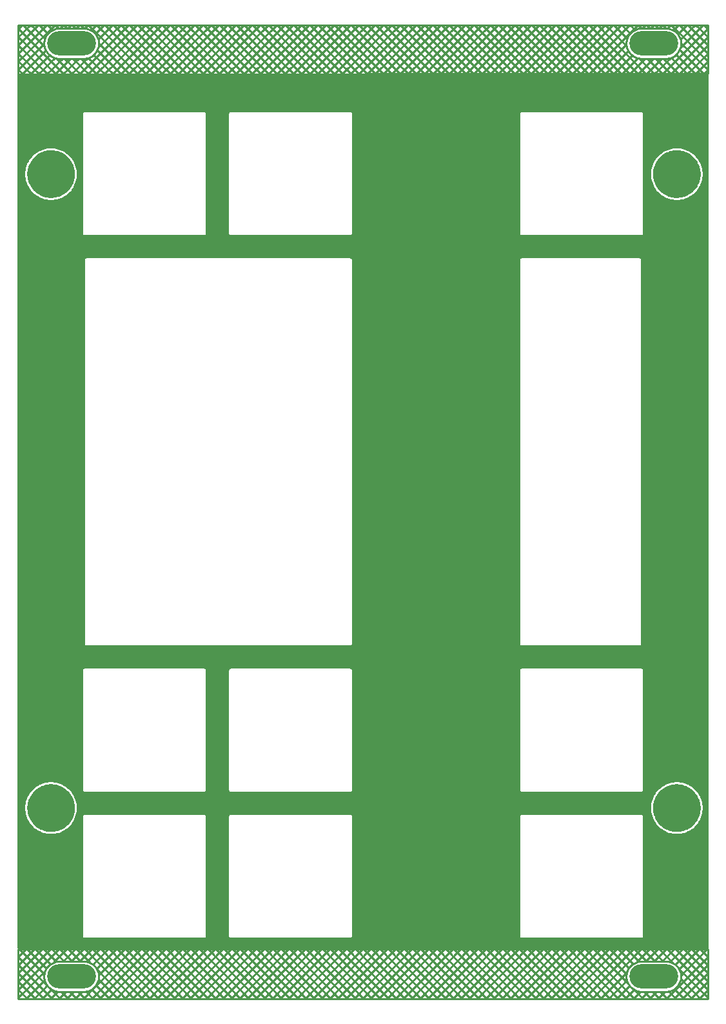
<source format=gbl>
G04 Layer: BottomLayer*
G04 EasyEDA v6.5.29, 2023-07-16 15:11:24*
G04 6b2ea49bd14843f1a595022ae84b5af3,5a6b42c53f6a479593ecc07194224c93,10*
G04 Gerber Generator version 0.2*
G04 Scale: 100 percent, Rotated: No, Reflected: No *
G04 Dimensions in millimeters *
G04 leading zeros omitted , absolute positions ,4 integer and 5 decimal *
%FSLAX45Y45*%
%MOMM*%

%ADD10C,0.2540*%
%ADD11O,6.4000126X3.1999936*%

%LPD*%
G36*
X36068Y698500D02*
G01*
X32156Y699262D01*
X28905Y701497D01*
X26670Y704748D01*
X25908Y708660D01*
X25908Y12150090D01*
X26670Y12154001D01*
X28905Y12157303D01*
X32156Y12159488D01*
X36068Y12160250D01*
X9095232Y12166600D01*
X9099092Y12165787D01*
X9102394Y12163602D01*
X9104630Y12160300D01*
X9105392Y12156440D01*
X9105392Y708660D01*
X9104630Y704748D01*
X9102394Y701497D01*
X9099143Y699262D01*
X9095232Y698500D01*
G37*

%LPC*%
G36*
X8686800Y10519918D02*
G01*
X8712098Y10520832D01*
X8737244Y10523677D01*
X8762136Y10528401D01*
X8786622Y10534954D01*
X8810498Y10543286D01*
X8833713Y10553446D01*
X8856116Y10565282D01*
X8877554Y10578744D01*
X8897924Y10593781D01*
X8917127Y10610291D01*
X8935008Y10628172D01*
X8951518Y10647375D01*
X8966555Y10667746D01*
X8980017Y10689183D01*
X8991854Y10711586D01*
X9002014Y10734802D01*
X9010345Y10758678D01*
X9016898Y10783163D01*
X9021622Y10808055D01*
X9024467Y10833201D01*
X9025382Y10858500D01*
X9024467Y10883798D01*
X9021622Y10908944D01*
X9016898Y10933836D01*
X9010345Y10958322D01*
X9002014Y10982198D01*
X8991854Y11005413D01*
X8980017Y11027816D01*
X8966555Y11049254D01*
X8951518Y11069624D01*
X8935008Y11088827D01*
X8917127Y11106708D01*
X8897924Y11123218D01*
X8877554Y11138255D01*
X8856116Y11151717D01*
X8833713Y11163554D01*
X8810498Y11173714D01*
X8786622Y11182045D01*
X8762136Y11188598D01*
X8737244Y11193322D01*
X8712098Y11196167D01*
X8686800Y11197082D01*
X8661501Y11196167D01*
X8636355Y11193322D01*
X8611463Y11188598D01*
X8586978Y11182045D01*
X8563102Y11173714D01*
X8539886Y11163554D01*
X8517483Y11151717D01*
X8496046Y11138255D01*
X8475675Y11123218D01*
X8456472Y11106708D01*
X8438591Y11088827D01*
X8422081Y11069624D01*
X8407044Y11049254D01*
X8393582Y11027816D01*
X8381746Y11005413D01*
X8371586Y10982198D01*
X8363254Y10958322D01*
X8356701Y10933836D01*
X8351977Y10908944D01*
X8349132Y10883798D01*
X8348218Y10858500D01*
X8349132Y10833201D01*
X8351977Y10808055D01*
X8356701Y10783163D01*
X8363254Y10758678D01*
X8371586Y10734802D01*
X8381746Y10711586D01*
X8393582Y10689183D01*
X8407044Y10667746D01*
X8422081Y10647375D01*
X8438591Y10628172D01*
X8456472Y10610291D01*
X8475675Y10593781D01*
X8496046Y10578744D01*
X8517483Y10565282D01*
X8539886Y10553446D01*
X8563102Y10543286D01*
X8586978Y10534954D01*
X8611463Y10528401D01*
X8636355Y10523677D01*
X8661501Y10520832D01*
G37*
G36*
X2832658Y837692D02*
G01*
X4393641Y837692D01*
X4399940Y838403D01*
X4405426Y840333D01*
X4410303Y843381D01*
X4414418Y847496D01*
X4417466Y852373D01*
X4419396Y857859D01*
X4420108Y864158D01*
X4420108Y2425141D01*
X4419396Y2431440D01*
X4417466Y2436926D01*
X4414418Y2441803D01*
X4410303Y2445918D01*
X4405426Y2448966D01*
X4399940Y2450896D01*
X4393641Y2451608D01*
X2832658Y2451608D01*
X2826359Y2450896D01*
X2820873Y2448966D01*
X2815996Y2445918D01*
X2811881Y2441803D01*
X2808833Y2436926D01*
X2806903Y2431440D01*
X2806192Y2425141D01*
X2806192Y864158D01*
X2806903Y857859D01*
X2808833Y852373D01*
X2811881Y847496D01*
X2815996Y843381D01*
X2820873Y840333D01*
X2826359Y838403D01*
G37*
G36*
X6655358Y837692D02*
G01*
X8216341Y837692D01*
X8222640Y838403D01*
X8228126Y840333D01*
X8233003Y843381D01*
X8237118Y847496D01*
X8240166Y852373D01*
X8242096Y857859D01*
X8242808Y864158D01*
X8242808Y2425141D01*
X8242096Y2431440D01*
X8240166Y2436926D01*
X8237118Y2441803D01*
X8233003Y2445918D01*
X8228126Y2448966D01*
X8222640Y2450896D01*
X8216341Y2451608D01*
X6655358Y2451608D01*
X6649059Y2450896D01*
X6643573Y2448966D01*
X6638696Y2445918D01*
X6634581Y2441803D01*
X6631533Y2436926D01*
X6629603Y2431440D01*
X6628892Y2425141D01*
X6628892Y864158D01*
X6629603Y857859D01*
X6631533Y852373D01*
X6634581Y847496D01*
X6638696Y843381D01*
X6643573Y840333D01*
X6649059Y838403D01*
G37*
G36*
X469900Y2201418D02*
G01*
X495198Y2202332D01*
X520344Y2205177D01*
X545236Y2209901D01*
X569722Y2216454D01*
X593598Y2224786D01*
X616813Y2234946D01*
X639216Y2246782D01*
X660654Y2260244D01*
X681024Y2275281D01*
X700227Y2291791D01*
X718108Y2309672D01*
X734618Y2328875D01*
X749655Y2349246D01*
X763117Y2370683D01*
X774954Y2393086D01*
X785114Y2416302D01*
X793445Y2440178D01*
X799998Y2464663D01*
X804722Y2489555D01*
X807567Y2514701D01*
X808482Y2540000D01*
X807567Y2565298D01*
X804722Y2590444D01*
X799998Y2615336D01*
X793445Y2639822D01*
X785114Y2663698D01*
X774954Y2686913D01*
X763117Y2709316D01*
X749655Y2730754D01*
X734618Y2751124D01*
X718108Y2770327D01*
X700227Y2788208D01*
X681024Y2804718D01*
X660654Y2819755D01*
X639216Y2833217D01*
X616813Y2845054D01*
X593598Y2855214D01*
X569722Y2863545D01*
X545236Y2870098D01*
X520344Y2874822D01*
X495198Y2877667D01*
X469900Y2878582D01*
X444601Y2877667D01*
X419455Y2874822D01*
X394563Y2870098D01*
X370078Y2863545D01*
X346202Y2855214D01*
X322986Y2845054D01*
X300583Y2833217D01*
X279146Y2819755D01*
X258775Y2804718D01*
X239572Y2788208D01*
X221691Y2770327D01*
X205181Y2751124D01*
X190144Y2730754D01*
X176682Y2709316D01*
X164846Y2686913D01*
X154686Y2663698D01*
X146354Y2639822D01*
X139801Y2615336D01*
X135077Y2590444D01*
X132232Y2565298D01*
X131318Y2540000D01*
X132232Y2514701D01*
X135077Y2489555D01*
X139801Y2464663D01*
X146354Y2440178D01*
X154686Y2416302D01*
X164846Y2393086D01*
X176682Y2370683D01*
X190144Y2349246D01*
X205181Y2328875D01*
X221691Y2309672D01*
X239572Y2291791D01*
X258775Y2275281D01*
X279146Y2260244D01*
X300583Y2246782D01*
X322986Y2234946D01*
X346202Y2224786D01*
X370078Y2216454D01*
X394563Y2209901D01*
X419455Y2205177D01*
X444601Y2202332D01*
G37*
G36*
X8686800Y2201418D02*
G01*
X8712098Y2202332D01*
X8737244Y2205177D01*
X8762136Y2209901D01*
X8786622Y2216454D01*
X8810498Y2224786D01*
X8833713Y2234946D01*
X8856116Y2246782D01*
X8877554Y2260244D01*
X8897924Y2275281D01*
X8917127Y2291791D01*
X8935008Y2309672D01*
X8951518Y2328875D01*
X8966555Y2349246D01*
X8980017Y2370683D01*
X8991854Y2393086D01*
X9002014Y2416302D01*
X9010345Y2440178D01*
X9016898Y2464663D01*
X9021622Y2489555D01*
X9024467Y2514701D01*
X9025382Y2540000D01*
X9024467Y2565298D01*
X9021622Y2590444D01*
X9016898Y2615336D01*
X9010345Y2639822D01*
X9002014Y2663698D01*
X8991854Y2686913D01*
X8980017Y2709316D01*
X8966555Y2730754D01*
X8951518Y2751124D01*
X8935008Y2770327D01*
X8917127Y2788208D01*
X8897924Y2804718D01*
X8877554Y2819755D01*
X8856116Y2833217D01*
X8833713Y2845054D01*
X8810498Y2855214D01*
X8786622Y2863545D01*
X8762136Y2870098D01*
X8737244Y2874822D01*
X8712098Y2877667D01*
X8686800Y2878582D01*
X8661501Y2877667D01*
X8636355Y2874822D01*
X8611463Y2870098D01*
X8586978Y2863545D01*
X8563102Y2855214D01*
X8539886Y2845054D01*
X8517483Y2833217D01*
X8496046Y2819755D01*
X8475675Y2804718D01*
X8456472Y2788208D01*
X8438591Y2770327D01*
X8422081Y2751124D01*
X8407044Y2730754D01*
X8393582Y2709316D01*
X8381746Y2686913D01*
X8371586Y2663698D01*
X8363254Y2639822D01*
X8356701Y2615336D01*
X8351977Y2590444D01*
X8349132Y2565298D01*
X8348218Y2540000D01*
X8349132Y2514701D01*
X8351977Y2489555D01*
X8356701Y2464663D01*
X8363254Y2440178D01*
X8371586Y2416302D01*
X8381746Y2393086D01*
X8393582Y2370683D01*
X8407044Y2349246D01*
X8422081Y2328875D01*
X8438591Y2309672D01*
X8456472Y2291791D01*
X8475675Y2275281D01*
X8496046Y2260244D01*
X8517483Y2246782D01*
X8539886Y2234946D01*
X8563102Y2224786D01*
X8586978Y2216454D01*
X8611463Y2209901D01*
X8636355Y2205177D01*
X8661501Y2202332D01*
G37*
G36*
X914958Y2755392D02*
G01*
X2475941Y2755392D01*
X2482240Y2756103D01*
X2487726Y2758033D01*
X2492603Y2761081D01*
X2496718Y2765196D01*
X2499766Y2770073D01*
X2501696Y2775559D01*
X2502408Y2781858D01*
X2502408Y4342841D01*
X2501696Y4349140D01*
X2499766Y4354626D01*
X2496718Y4359503D01*
X2492603Y4363618D01*
X2487726Y4366666D01*
X2482240Y4368596D01*
X2475941Y4369308D01*
X914958Y4369308D01*
X908659Y4368596D01*
X903173Y4366666D01*
X898296Y4363618D01*
X894181Y4359503D01*
X891133Y4354626D01*
X889203Y4349140D01*
X888492Y4342841D01*
X888492Y2781858D01*
X889203Y2775559D01*
X891133Y2770073D01*
X894181Y2765196D01*
X898296Y2761081D01*
X903173Y2758033D01*
X908659Y2756103D01*
G37*
G36*
X2832658Y2755392D02*
G01*
X4393641Y2755392D01*
X4399940Y2756103D01*
X4405426Y2758033D01*
X4410303Y2761081D01*
X4414418Y2765196D01*
X4417466Y2770073D01*
X4419396Y2775559D01*
X4420108Y2781858D01*
X4420108Y4342841D01*
X4419396Y4349140D01*
X4417466Y4354626D01*
X4414418Y4359503D01*
X4410303Y4363618D01*
X4405426Y4366666D01*
X4399940Y4368596D01*
X4393641Y4369308D01*
X2832658Y4369308D01*
X2826359Y4368596D01*
X2820873Y4366666D01*
X2815996Y4363618D01*
X2811881Y4359503D01*
X2808833Y4354626D01*
X2806903Y4349140D01*
X2806192Y4342841D01*
X2806192Y2781858D01*
X2806903Y2775559D01*
X2808833Y2770073D01*
X2811881Y2765196D01*
X2815996Y2761081D01*
X2820873Y2758033D01*
X2826359Y2756103D01*
G37*
G36*
X914958Y837692D02*
G01*
X2475941Y837692D01*
X2482240Y838403D01*
X2487726Y840333D01*
X2492603Y843381D01*
X2496718Y847496D01*
X2499766Y852373D01*
X2501696Y857859D01*
X2502408Y864158D01*
X2502408Y2425141D01*
X2501696Y2431440D01*
X2499766Y2436926D01*
X2496718Y2441803D01*
X2492603Y2445918D01*
X2487726Y2448966D01*
X2482240Y2450896D01*
X2475941Y2451608D01*
X914958Y2451608D01*
X908659Y2450896D01*
X903173Y2448966D01*
X898296Y2445918D01*
X894181Y2441803D01*
X891133Y2436926D01*
X889203Y2431440D01*
X888492Y2425141D01*
X888492Y864158D01*
X889203Y857859D01*
X891133Y852373D01*
X894181Y847496D01*
X898296Y843381D01*
X903173Y840333D01*
X908659Y838403D01*
G37*
G36*
X6655358Y4673092D02*
G01*
X8190941Y4673092D01*
X8197240Y4673803D01*
X8202726Y4675733D01*
X8207603Y4678781D01*
X8211718Y4682896D01*
X8214766Y4687773D01*
X8216696Y4693259D01*
X8217408Y4699558D01*
X8217408Y9727641D01*
X8216696Y9733940D01*
X8214766Y9739426D01*
X8211718Y9744303D01*
X8207603Y9748418D01*
X8202726Y9751466D01*
X8197240Y9753396D01*
X8190941Y9754108D01*
X6655358Y9754108D01*
X6649059Y9753396D01*
X6643573Y9751466D01*
X6638696Y9748418D01*
X6634581Y9744303D01*
X6631533Y9739426D01*
X6629603Y9733940D01*
X6628892Y9727641D01*
X6628892Y4699558D01*
X6629603Y4693259D01*
X6631533Y4687773D01*
X6634581Y4682896D01*
X6638696Y4678781D01*
X6643573Y4675733D01*
X6649059Y4673803D01*
G37*
G36*
X940358Y4673092D02*
G01*
X4393641Y4673092D01*
X4399940Y4673803D01*
X4405426Y4675733D01*
X4410303Y4678781D01*
X4414418Y4682896D01*
X4417466Y4687773D01*
X4419396Y4693259D01*
X4420108Y4699558D01*
X4420108Y9727641D01*
X4419396Y9733940D01*
X4417466Y9739426D01*
X4414418Y9744303D01*
X4410303Y9748418D01*
X4405426Y9751466D01*
X4399940Y9753396D01*
X4393641Y9754108D01*
X940358Y9754108D01*
X934059Y9753396D01*
X928573Y9751466D01*
X923696Y9748418D01*
X919581Y9744303D01*
X916533Y9739426D01*
X914603Y9733940D01*
X913892Y9727641D01*
X913892Y4699558D01*
X914603Y4693259D01*
X916533Y4687773D01*
X919581Y4682896D01*
X923696Y4678781D01*
X928573Y4675733D01*
X934059Y4673803D01*
G37*
G36*
X914958Y10057892D02*
G01*
X2475941Y10057892D01*
X2482240Y10058603D01*
X2487726Y10060533D01*
X2492603Y10063581D01*
X2496718Y10067696D01*
X2499766Y10072573D01*
X2501696Y10078059D01*
X2502408Y10084358D01*
X2502408Y11645341D01*
X2501696Y11651640D01*
X2499766Y11657126D01*
X2496718Y11662003D01*
X2492603Y11666118D01*
X2487726Y11669166D01*
X2482240Y11671096D01*
X2475941Y11671808D01*
X914958Y11671808D01*
X908659Y11671096D01*
X903173Y11669166D01*
X898296Y11666118D01*
X894181Y11662003D01*
X891133Y11657126D01*
X889203Y11651640D01*
X888492Y11645341D01*
X888492Y10084358D01*
X889203Y10078059D01*
X891133Y10072573D01*
X894181Y10067696D01*
X898296Y10063581D01*
X903173Y10060533D01*
X908659Y10058603D01*
G37*
G36*
X6655358Y10057892D02*
G01*
X8216341Y10057892D01*
X8222640Y10058603D01*
X8228126Y10060533D01*
X8233003Y10063581D01*
X8237118Y10067696D01*
X8240166Y10072573D01*
X8242096Y10078059D01*
X8242808Y10084358D01*
X8242808Y11645341D01*
X8242096Y11651640D01*
X8240166Y11657126D01*
X8237118Y11662003D01*
X8233003Y11666118D01*
X8228126Y11669166D01*
X8222640Y11671096D01*
X8216341Y11671808D01*
X6655358Y11671808D01*
X6649059Y11671096D01*
X6643573Y11669166D01*
X6638696Y11666118D01*
X6634581Y11662003D01*
X6631533Y11657126D01*
X6629603Y11651640D01*
X6628892Y11645341D01*
X6628892Y10084358D01*
X6629603Y10078059D01*
X6631533Y10072573D01*
X6634581Y10067696D01*
X6638696Y10063581D01*
X6643573Y10060533D01*
X6649059Y10058603D01*
G37*
G36*
X2832658Y10057892D02*
G01*
X4393641Y10057892D01*
X4399940Y10058603D01*
X4405426Y10060533D01*
X4410303Y10063581D01*
X4414418Y10067696D01*
X4417466Y10072573D01*
X4419396Y10078059D01*
X4420108Y10084358D01*
X4420108Y11645341D01*
X4419396Y11651640D01*
X4417466Y11657126D01*
X4414418Y11662003D01*
X4410303Y11666118D01*
X4405426Y11669166D01*
X4399940Y11671096D01*
X4393641Y11671808D01*
X2832658Y11671808D01*
X2826359Y11671096D01*
X2820873Y11669166D01*
X2815996Y11666118D01*
X2811881Y11662003D01*
X2808833Y11657126D01*
X2806903Y11651640D01*
X2806192Y11645341D01*
X2806192Y10084358D01*
X2806903Y10078059D01*
X2808833Y10072573D01*
X2811881Y10067696D01*
X2815996Y10063581D01*
X2820873Y10060533D01*
X2826359Y10058603D01*
G37*
G36*
X469900Y10519918D02*
G01*
X495198Y10520832D01*
X520344Y10523677D01*
X545236Y10528401D01*
X569722Y10534954D01*
X593598Y10543286D01*
X616813Y10553446D01*
X639216Y10565282D01*
X660654Y10578744D01*
X681024Y10593781D01*
X700227Y10610291D01*
X718108Y10628172D01*
X734618Y10647375D01*
X749655Y10667746D01*
X763117Y10689183D01*
X774954Y10711586D01*
X785114Y10734802D01*
X793445Y10758678D01*
X799998Y10783163D01*
X804722Y10808055D01*
X807567Y10833201D01*
X808482Y10858500D01*
X807567Y10883798D01*
X804722Y10908944D01*
X799998Y10933836D01*
X793445Y10958322D01*
X785114Y10982198D01*
X774954Y11005413D01*
X763117Y11027816D01*
X749655Y11049254D01*
X734618Y11069624D01*
X718108Y11088827D01*
X700227Y11106708D01*
X681024Y11123218D01*
X660654Y11138255D01*
X639216Y11151717D01*
X616813Y11163554D01*
X593598Y11173714D01*
X569722Y11182045D01*
X545236Y11188598D01*
X520344Y11193322D01*
X495198Y11196167D01*
X469900Y11197082D01*
X444601Y11196167D01*
X419455Y11193322D01*
X394563Y11188598D01*
X370078Y11182045D01*
X346202Y11173714D01*
X322986Y11163554D01*
X300583Y11151717D01*
X279146Y11138255D01*
X258775Y11123218D01*
X239572Y11106708D01*
X221691Y11088827D01*
X205181Y11069624D01*
X190144Y11049254D01*
X176682Y11027816D01*
X164846Y11005413D01*
X154686Y10982198D01*
X146354Y10958322D01*
X139801Y10933836D01*
X135077Y10908944D01*
X132232Y10883798D01*
X131318Y10858500D01*
X132232Y10833201D01*
X135077Y10808055D01*
X139801Y10783163D01*
X146354Y10758678D01*
X154686Y10734802D01*
X164846Y10711586D01*
X176682Y10689183D01*
X190144Y10667746D01*
X205181Y10647375D01*
X221691Y10628172D01*
X239572Y10610291D01*
X258775Y10593781D01*
X279146Y10578744D01*
X300583Y10565282D01*
X322986Y10553446D01*
X346202Y10543286D01*
X370078Y10534954D01*
X394563Y10528401D01*
X419455Y10523677D01*
X444601Y10520832D01*
G37*
G36*
X6655358Y2755392D02*
G01*
X8216341Y2755392D01*
X8222640Y2756103D01*
X8228126Y2758033D01*
X8233003Y2761081D01*
X8237118Y2765196D01*
X8240166Y2770073D01*
X8242096Y2775559D01*
X8242808Y2781858D01*
X8242808Y4342841D01*
X8242096Y4349140D01*
X8240166Y4354626D01*
X8237118Y4359503D01*
X8233003Y4363618D01*
X8228126Y4366666D01*
X8222640Y4368596D01*
X8216341Y4369308D01*
X6655358Y4369308D01*
X6649059Y4368596D01*
X6643573Y4366666D01*
X6638696Y4363618D01*
X6634581Y4359503D01*
X6631533Y4354626D01*
X6629603Y4349140D01*
X6628892Y4342841D01*
X6628892Y2781858D01*
X6629603Y2775559D01*
X6631533Y2770073D01*
X6634581Y2765196D01*
X6638696Y2761081D01*
X6643573Y2758033D01*
X6649059Y2756103D01*
G37*

%LPD*%
G36*
X465886Y2852674D02*
G01*
X449935Y2852064D01*
X434035Y2850642D01*
X418236Y2848406D01*
X402539Y2845358D01*
X387045Y2841498D01*
X379374Y2839313D01*
X364185Y2834284D01*
X349300Y2828493D01*
X334721Y2821990D01*
X320497Y2814726D01*
X306679Y2806700D01*
X293268Y2798064D01*
X280314Y2788666D01*
X267868Y2778709D01*
X255981Y2768041D01*
X244602Y2756814D01*
X239115Y2751023D01*
X228650Y2738932D01*
X218795Y2726385D01*
X209600Y2713329D01*
X201117Y2699816D01*
X193294Y2685846D01*
X186232Y2671572D01*
X179882Y2656890D01*
X174294Y2641955D01*
X169468Y2626715D01*
X165404Y2611272D01*
X162204Y2595626D01*
X159766Y2579827D01*
X158140Y2563926D01*
X157327Y2547975D01*
X157175Y2540000D01*
X157632Y2524048D01*
X158851Y2508097D01*
X160883Y2492248D01*
X163728Y2476550D01*
X165404Y2468727D01*
X169468Y2453284D01*
X174294Y2438044D01*
X179882Y2423109D01*
X186232Y2408428D01*
X193294Y2394153D01*
X201117Y2380183D01*
X209600Y2366670D01*
X218795Y2353614D01*
X228650Y2341067D01*
X239115Y2328976D01*
X250190Y2317496D01*
X261874Y2306574D01*
X267868Y2301290D01*
X280314Y2291334D01*
X293268Y2281936D01*
X306679Y2273300D01*
X320497Y2265273D01*
X334721Y2258009D01*
X349300Y2251506D01*
X364185Y2245715D01*
X379374Y2240686D01*
X394766Y2236470D01*
X410362Y2233015D01*
X426110Y2230374D01*
X441959Y2228545D01*
X457911Y2227529D01*
X473913Y2227326D01*
X489864Y2227935D01*
X505764Y2229358D01*
X521563Y2231593D01*
X537260Y2234641D01*
X552754Y2238502D01*
X560425Y2240686D01*
X575614Y2245715D01*
X590499Y2251506D01*
X605078Y2258009D01*
X619302Y2265273D01*
X633120Y2273300D01*
X646531Y2281936D01*
X659485Y2291334D01*
X671931Y2301290D01*
X683818Y2311958D01*
X695198Y2323185D01*
X700684Y2328976D01*
X711149Y2341067D01*
X721004Y2353614D01*
X730199Y2366670D01*
X738682Y2380183D01*
X746506Y2394153D01*
X753567Y2408428D01*
X759917Y2423109D01*
X765505Y2438044D01*
X770331Y2453284D01*
X774395Y2468727D01*
X777595Y2484374D01*
X780034Y2500172D01*
X781659Y2516073D01*
X782472Y2532024D01*
X782624Y2540000D01*
X782167Y2555951D01*
X780948Y2571902D01*
X778916Y2587752D01*
X776071Y2603449D01*
X774395Y2611272D01*
X770331Y2626715D01*
X765505Y2641955D01*
X759917Y2656890D01*
X753567Y2671572D01*
X746506Y2685846D01*
X738682Y2699816D01*
X730199Y2713329D01*
X721004Y2726385D01*
X711149Y2738932D01*
X700684Y2751023D01*
X689610Y2762504D01*
X677926Y2773426D01*
X671931Y2778709D01*
X659485Y2788666D01*
X646531Y2798064D01*
X633120Y2806700D01*
X619302Y2814726D01*
X605078Y2821990D01*
X590499Y2828493D01*
X575614Y2834284D01*
X560425Y2839313D01*
X545033Y2843530D01*
X529437Y2846984D01*
X513689Y2849626D01*
X497840Y2851454D01*
X481888Y2852470D01*
G37*
G36*
X8682786Y2852674D02*
G01*
X8666835Y2852064D01*
X8650935Y2850642D01*
X8635136Y2848406D01*
X8619439Y2845358D01*
X8603945Y2841498D01*
X8596274Y2839313D01*
X8581085Y2834284D01*
X8566200Y2828493D01*
X8551621Y2821990D01*
X8537397Y2814726D01*
X8523579Y2806700D01*
X8510168Y2798064D01*
X8497214Y2788666D01*
X8484768Y2778709D01*
X8472881Y2768041D01*
X8461502Y2756814D01*
X8456015Y2751023D01*
X8445550Y2738932D01*
X8435695Y2726385D01*
X8426500Y2713329D01*
X8418017Y2699816D01*
X8410194Y2685846D01*
X8403132Y2671572D01*
X8396782Y2656890D01*
X8391194Y2641955D01*
X8386368Y2626715D01*
X8382304Y2611272D01*
X8379104Y2595626D01*
X8376666Y2579827D01*
X8375040Y2563926D01*
X8374227Y2547975D01*
X8374227Y2532024D01*
X8375040Y2516073D01*
X8376666Y2500172D01*
X8379104Y2484374D01*
X8382304Y2468727D01*
X8386368Y2453284D01*
X8391194Y2438044D01*
X8396782Y2423109D01*
X8403132Y2408428D01*
X8410194Y2394153D01*
X8418017Y2380183D01*
X8426500Y2366670D01*
X8435695Y2353614D01*
X8445550Y2341067D01*
X8456015Y2328976D01*
X8467090Y2317496D01*
X8478774Y2306574D01*
X8484768Y2301290D01*
X8497214Y2291334D01*
X8510168Y2281936D01*
X8523579Y2273300D01*
X8537397Y2265273D01*
X8551621Y2258009D01*
X8566200Y2251506D01*
X8581085Y2245715D01*
X8596274Y2240686D01*
X8611666Y2236470D01*
X8627262Y2233015D01*
X8643010Y2230374D01*
X8658860Y2228545D01*
X8674811Y2227529D01*
X8690813Y2227326D01*
X8706764Y2227935D01*
X8722664Y2229358D01*
X8738463Y2231593D01*
X8754160Y2234641D01*
X8769654Y2238502D01*
X8777325Y2240686D01*
X8792514Y2245715D01*
X8807399Y2251506D01*
X8821978Y2258009D01*
X8836202Y2265273D01*
X8850020Y2273300D01*
X8863431Y2281936D01*
X8876385Y2291334D01*
X8888831Y2301290D01*
X8900718Y2311958D01*
X8912098Y2323185D01*
X8917584Y2328976D01*
X8928049Y2341067D01*
X8937904Y2353614D01*
X8947099Y2366670D01*
X8955582Y2380183D01*
X8963406Y2394153D01*
X8970467Y2408428D01*
X8976817Y2423109D01*
X8982405Y2438044D01*
X8987231Y2453284D01*
X8991295Y2468727D01*
X8994495Y2484374D01*
X8996934Y2500172D01*
X8998559Y2516073D01*
X8999372Y2532024D01*
X8999372Y2547975D01*
X8998559Y2563926D01*
X8996934Y2579827D01*
X8994495Y2595626D01*
X8991295Y2611272D01*
X8987231Y2626715D01*
X8982405Y2641955D01*
X8976817Y2656890D01*
X8970467Y2671572D01*
X8963406Y2685846D01*
X8955582Y2699816D01*
X8947099Y2713329D01*
X8937904Y2726385D01*
X8928049Y2738932D01*
X8917584Y2751023D01*
X8906510Y2762504D01*
X8894826Y2773426D01*
X8888831Y2778709D01*
X8876385Y2788666D01*
X8863431Y2798064D01*
X8850020Y2806700D01*
X8836202Y2814726D01*
X8821978Y2821990D01*
X8807399Y2828493D01*
X8792514Y2834284D01*
X8777325Y2839313D01*
X8761933Y2843530D01*
X8746337Y2846984D01*
X8730589Y2849626D01*
X8714740Y2851454D01*
X8698788Y2852470D01*
G37*
G36*
X8682786Y11171174D02*
G01*
X8666835Y11170564D01*
X8650935Y11169142D01*
X8635136Y11166906D01*
X8619439Y11163858D01*
X8603945Y11159998D01*
X8596274Y11157813D01*
X8581085Y11152784D01*
X8566200Y11146993D01*
X8551621Y11140490D01*
X8537397Y11133226D01*
X8523579Y11125200D01*
X8510168Y11116564D01*
X8497214Y11107166D01*
X8484768Y11097209D01*
X8472881Y11086541D01*
X8461502Y11075314D01*
X8456015Y11069523D01*
X8445550Y11057432D01*
X8435695Y11044885D01*
X8426500Y11031829D01*
X8418017Y11018316D01*
X8410194Y11004346D01*
X8403132Y10990072D01*
X8396782Y10975390D01*
X8391194Y10960455D01*
X8386368Y10945215D01*
X8382304Y10929772D01*
X8379104Y10914126D01*
X8376666Y10898327D01*
X8375040Y10882426D01*
X8374227Y10866475D01*
X8374227Y10850524D01*
X8375040Y10834573D01*
X8376666Y10818672D01*
X8379104Y10802874D01*
X8382304Y10787227D01*
X8386368Y10771784D01*
X8391194Y10756544D01*
X8396782Y10741609D01*
X8403132Y10726928D01*
X8410194Y10712653D01*
X8418017Y10698683D01*
X8426500Y10685170D01*
X8435695Y10672114D01*
X8445550Y10659567D01*
X8456015Y10647476D01*
X8467090Y10635996D01*
X8478774Y10625074D01*
X8484768Y10619790D01*
X8497214Y10609834D01*
X8510168Y10600436D01*
X8523579Y10591800D01*
X8537397Y10583773D01*
X8551621Y10576509D01*
X8566200Y10570006D01*
X8581085Y10564215D01*
X8596274Y10559186D01*
X8611666Y10554970D01*
X8627262Y10551515D01*
X8643010Y10548874D01*
X8658860Y10547045D01*
X8674811Y10546029D01*
X8690813Y10545826D01*
X8706764Y10546435D01*
X8722664Y10547858D01*
X8738463Y10550093D01*
X8754160Y10553141D01*
X8769654Y10557002D01*
X8777325Y10559186D01*
X8792514Y10564215D01*
X8807399Y10570006D01*
X8821978Y10576509D01*
X8836202Y10583773D01*
X8850020Y10591800D01*
X8863431Y10600436D01*
X8876385Y10609834D01*
X8888831Y10619790D01*
X8900718Y10630458D01*
X8912098Y10641685D01*
X8917584Y10647476D01*
X8928049Y10659567D01*
X8937904Y10672114D01*
X8947099Y10685170D01*
X8955582Y10698683D01*
X8963406Y10712653D01*
X8970467Y10726928D01*
X8976817Y10741609D01*
X8982405Y10756544D01*
X8987231Y10771784D01*
X8991295Y10787227D01*
X8994495Y10802874D01*
X8996934Y10818672D01*
X8998559Y10834573D01*
X8999372Y10850524D01*
X8999372Y10866475D01*
X8998559Y10882426D01*
X8996934Y10898327D01*
X8994495Y10914126D01*
X8991295Y10929772D01*
X8987231Y10945215D01*
X8982405Y10960455D01*
X8976817Y10975390D01*
X8970467Y10990072D01*
X8963406Y11004346D01*
X8955582Y11018316D01*
X8947099Y11031829D01*
X8937904Y11044885D01*
X8928049Y11057432D01*
X8917584Y11069523D01*
X8906510Y11081004D01*
X8894826Y11091926D01*
X8888831Y11097209D01*
X8876385Y11107166D01*
X8863431Y11116564D01*
X8850020Y11125200D01*
X8836202Y11133226D01*
X8821978Y11140490D01*
X8807399Y11146993D01*
X8792514Y11152784D01*
X8777325Y11157813D01*
X8761933Y11162030D01*
X8746337Y11165484D01*
X8730589Y11168126D01*
X8714740Y11169954D01*
X8698788Y11170970D01*
G37*
G36*
X465886Y11171174D02*
G01*
X449935Y11170564D01*
X434035Y11169142D01*
X418236Y11166906D01*
X402539Y11163858D01*
X387045Y11159998D01*
X379374Y11157813D01*
X364185Y11152784D01*
X349300Y11146993D01*
X334721Y11140490D01*
X320497Y11133226D01*
X306679Y11125200D01*
X293268Y11116564D01*
X280314Y11107166D01*
X267868Y11097209D01*
X255981Y11086541D01*
X244602Y11075314D01*
X239115Y11069523D01*
X228650Y11057432D01*
X218795Y11044885D01*
X209600Y11031829D01*
X201117Y11018316D01*
X193294Y11004346D01*
X186232Y10990072D01*
X179882Y10975390D01*
X174294Y10960455D01*
X169468Y10945215D01*
X165404Y10929772D01*
X162204Y10914126D01*
X159766Y10898327D01*
X158140Y10882426D01*
X157327Y10866475D01*
X157175Y10858500D01*
X157632Y10842548D01*
X158851Y10826597D01*
X160883Y10810748D01*
X163728Y10795050D01*
X165404Y10787227D01*
X169468Y10771784D01*
X174294Y10756544D01*
X179882Y10741609D01*
X186232Y10726928D01*
X193294Y10712653D01*
X201117Y10698683D01*
X209600Y10685170D01*
X218795Y10672114D01*
X228650Y10659567D01*
X239115Y10647476D01*
X250190Y10635996D01*
X261874Y10625074D01*
X267868Y10619790D01*
X280314Y10609834D01*
X293268Y10600436D01*
X306679Y10591800D01*
X320497Y10583773D01*
X334721Y10576509D01*
X349300Y10570006D01*
X364185Y10564215D01*
X379374Y10559186D01*
X394766Y10554970D01*
X410362Y10551515D01*
X426110Y10548874D01*
X441959Y10547045D01*
X457911Y10546029D01*
X473913Y10545826D01*
X489864Y10546435D01*
X505764Y10547858D01*
X521563Y10550093D01*
X537260Y10553141D01*
X552754Y10557002D01*
X560425Y10559186D01*
X575614Y10564215D01*
X590499Y10570006D01*
X605078Y10576509D01*
X619302Y10583773D01*
X633120Y10591800D01*
X646531Y10600436D01*
X659485Y10609834D01*
X671931Y10619790D01*
X683818Y10630458D01*
X695198Y10641685D01*
X700684Y10647476D01*
X711149Y10659567D01*
X721004Y10672114D01*
X730199Y10685170D01*
X738682Y10698683D01*
X746506Y10712653D01*
X753567Y10726928D01*
X759917Y10741609D01*
X765505Y10756544D01*
X770331Y10771784D01*
X774395Y10787227D01*
X777595Y10802874D01*
X780034Y10818672D01*
X781659Y10834573D01*
X782472Y10850524D01*
X782624Y10858500D01*
X782167Y10874451D01*
X780948Y10890402D01*
X778916Y10906252D01*
X776071Y10921949D01*
X774395Y10929772D01*
X770331Y10945215D01*
X765505Y10960455D01*
X759917Y10975390D01*
X753567Y10990072D01*
X746506Y11004346D01*
X738682Y11018316D01*
X730199Y11031829D01*
X721004Y11044885D01*
X711149Y11057432D01*
X700684Y11069523D01*
X689610Y11081004D01*
X677926Y11091926D01*
X671931Y11097209D01*
X659485Y11107166D01*
X646531Y11116564D01*
X633120Y11125200D01*
X619302Y11133226D01*
X605078Y11140490D01*
X590499Y11146993D01*
X575614Y11152784D01*
X560425Y11157813D01*
X545033Y11162030D01*
X529437Y11165484D01*
X513689Y11168126D01*
X497840Y11169954D01*
X481888Y11170970D01*
G37*
D10*
X8978900Y12128500D02*
G01*
X8978900Y12192000D01*
X8978900Y685800D02*
G01*
X8978900Y749300D01*
X38862Y12173230D02*
G01*
X38862Y12813537D01*
X38862Y12813537D02*
G01*
X9092438Y12813537D01*
X9092438Y12813537D02*
G01*
X9092438Y12179527D01*
X9092438Y12179527D02*
G01*
X38862Y12173230D01*
X8068276Y12446843D02*
G01*
X8081382Y12432383D01*
X8081382Y12432383D02*
G01*
X8095842Y12419277D01*
X8095842Y12419277D02*
G01*
X8111517Y12407652D01*
X8111517Y12407652D02*
G01*
X8128256Y12397619D01*
X8128256Y12397619D02*
G01*
X8145897Y12389275D01*
X8145897Y12389275D02*
G01*
X8164272Y12382701D01*
X8164272Y12382701D02*
G01*
X8183203Y12377959D01*
X8183203Y12377959D02*
G01*
X8202507Y12375095D01*
X8202507Y12375095D02*
G01*
X8221999Y12374138D01*
X8221999Y12374138D02*
G01*
X8542000Y12374138D01*
X8542000Y12374138D02*
G01*
X8561492Y12375095D01*
X8561492Y12375095D02*
G01*
X8580796Y12377959D01*
X8580796Y12377959D02*
G01*
X8599727Y12382701D01*
X8599727Y12382701D02*
G01*
X8618102Y12389275D01*
X8618102Y12389275D02*
G01*
X8635743Y12397619D01*
X8635743Y12397619D02*
G01*
X8652482Y12407652D01*
X8652482Y12407652D02*
G01*
X8668157Y12419277D01*
X8668157Y12419277D02*
G01*
X8682617Y12432383D01*
X8682617Y12432383D02*
G01*
X8695723Y12446843D01*
X8695723Y12446843D02*
G01*
X8707348Y12462518D01*
X8707348Y12462518D02*
G01*
X8717381Y12479257D01*
X8717381Y12479257D02*
G01*
X8725725Y12496898D01*
X8725725Y12496898D02*
G01*
X8732299Y12515273D01*
X8732299Y12515273D02*
G01*
X8737041Y12534204D01*
X8737041Y12534204D02*
G01*
X8739905Y12553508D01*
X8739905Y12553508D02*
G01*
X8740862Y12573000D01*
X8740862Y12573000D02*
G01*
X8739905Y12592491D01*
X8739905Y12592491D02*
G01*
X8737041Y12611795D01*
X8737041Y12611795D02*
G01*
X8732299Y12630726D01*
X8732299Y12630726D02*
G01*
X8725725Y12649101D01*
X8725725Y12649101D02*
G01*
X8717381Y12666742D01*
X8717381Y12666742D02*
G01*
X8707348Y12683481D01*
X8707348Y12683481D02*
G01*
X8695723Y12699156D01*
X8695723Y12699156D02*
G01*
X8682617Y12713616D01*
X8682617Y12713616D02*
G01*
X8668157Y12726722D01*
X8668157Y12726722D02*
G01*
X8652482Y12738347D01*
X8652482Y12738347D02*
G01*
X8635743Y12748380D01*
X8635743Y12748380D02*
G01*
X8618102Y12756724D01*
X8618102Y12756724D02*
G01*
X8599727Y12763298D01*
X8599727Y12763298D02*
G01*
X8580796Y12768040D01*
X8580796Y12768040D02*
G01*
X8561492Y12770904D01*
X8561492Y12770904D02*
G01*
X8542000Y12771861D01*
X8542000Y12771861D02*
G01*
X8221999Y12771861D01*
X8221999Y12771861D02*
G01*
X8202507Y12770904D01*
X8202507Y12770904D02*
G01*
X8183203Y12768040D01*
X8183203Y12768040D02*
G01*
X8164272Y12763298D01*
X8164272Y12763298D02*
G01*
X8145897Y12756724D01*
X8145897Y12756724D02*
G01*
X8128256Y12748380D01*
X8128256Y12748380D02*
G01*
X8111517Y12738347D01*
X8111517Y12738347D02*
G01*
X8095842Y12726722D01*
X8095842Y12726722D02*
G01*
X8081382Y12713616D01*
X8081382Y12713616D02*
G01*
X8068276Y12699156D01*
X8068276Y12699156D02*
G01*
X8056651Y12683481D01*
X8056651Y12683481D02*
G01*
X8046618Y12666742D01*
X8046618Y12666742D02*
G01*
X8038274Y12649101D01*
X8038274Y12649101D02*
G01*
X8031700Y12630726D01*
X8031700Y12630726D02*
G01*
X8026958Y12611795D01*
X8026958Y12611795D02*
G01*
X8024094Y12592491D01*
X8024094Y12592491D02*
G01*
X8023137Y12573000D01*
X8023137Y12573000D02*
G01*
X8024094Y12553508D01*
X8024094Y12553508D02*
G01*
X8026958Y12534204D01*
X8026958Y12534204D02*
G01*
X8031700Y12515273D01*
X8031700Y12515273D02*
G01*
X8038274Y12496898D01*
X8038274Y12496898D02*
G01*
X8046618Y12479257D01*
X8046618Y12479257D02*
G01*
X8056651Y12462518D01*
X8056651Y12462518D02*
G01*
X8068276Y12446843D01*
X435982Y12432383D02*
G01*
X450442Y12419277D01*
X450442Y12419277D02*
G01*
X466117Y12407652D01*
X466117Y12407652D02*
G01*
X482856Y12397619D01*
X482856Y12397619D02*
G01*
X500497Y12389275D01*
X500497Y12389275D02*
G01*
X518872Y12382701D01*
X518872Y12382701D02*
G01*
X537803Y12377959D01*
X537803Y12377959D02*
G01*
X557107Y12375095D01*
X557107Y12375095D02*
G01*
X576599Y12374138D01*
X576599Y12374138D02*
G01*
X896600Y12374138D01*
X896600Y12374138D02*
G01*
X916092Y12375095D01*
X916092Y12375095D02*
G01*
X935396Y12377959D01*
X935396Y12377959D02*
G01*
X954327Y12382701D01*
X954327Y12382701D02*
G01*
X972702Y12389275D01*
X972702Y12389275D02*
G01*
X990343Y12397619D01*
X990343Y12397619D02*
G01*
X1007082Y12407652D01*
X1007082Y12407652D02*
G01*
X1022757Y12419277D01*
X1022757Y12419277D02*
G01*
X1037217Y12432383D01*
X1037217Y12432383D02*
G01*
X1050323Y12446843D01*
X1050323Y12446843D02*
G01*
X1061948Y12462518D01*
X1061948Y12462518D02*
G01*
X1071981Y12479257D01*
X1071981Y12479257D02*
G01*
X1080325Y12496898D01*
X1080325Y12496898D02*
G01*
X1086899Y12515273D01*
X1086899Y12515273D02*
G01*
X1091641Y12534204D01*
X1091641Y12534204D02*
G01*
X1094505Y12553508D01*
X1094505Y12553508D02*
G01*
X1095462Y12573000D01*
X1095462Y12573000D02*
G01*
X1094505Y12592491D01*
X1094505Y12592491D02*
G01*
X1091641Y12611795D01*
X1091641Y12611795D02*
G01*
X1086899Y12630726D01*
X1086899Y12630726D02*
G01*
X1080325Y12649101D01*
X1080325Y12649101D02*
G01*
X1071981Y12666742D01*
X1071981Y12666742D02*
G01*
X1061948Y12683481D01*
X1061948Y12683481D02*
G01*
X1050323Y12699156D01*
X1050323Y12699156D02*
G01*
X1037217Y12713616D01*
X1037217Y12713616D02*
G01*
X1022757Y12726722D01*
X1022757Y12726722D02*
G01*
X1007082Y12738347D01*
X1007082Y12738347D02*
G01*
X990343Y12748380D01*
X990343Y12748380D02*
G01*
X972702Y12756724D01*
X972702Y12756724D02*
G01*
X954327Y12763298D01*
X954327Y12763298D02*
G01*
X935396Y12768040D01*
X935396Y12768040D02*
G01*
X916092Y12770904D01*
X916092Y12770904D02*
G01*
X896600Y12771861D01*
X896600Y12771861D02*
G01*
X576599Y12771861D01*
X576599Y12771861D02*
G01*
X557107Y12770904D01*
X557107Y12770904D02*
G01*
X537803Y12768040D01*
X537803Y12768040D02*
G01*
X518872Y12763298D01*
X518872Y12763298D02*
G01*
X500497Y12756724D01*
X500497Y12756724D02*
G01*
X482856Y12748380D01*
X482856Y12748380D02*
G01*
X466117Y12738347D01*
X466117Y12738347D02*
G01*
X450442Y12726722D01*
X450442Y12726722D02*
G01*
X435982Y12713616D01*
X435982Y12713616D02*
G01*
X422876Y12699156D01*
X422876Y12699156D02*
G01*
X411251Y12683481D01*
X411251Y12683481D02*
G01*
X401218Y12666742D01*
X401218Y12666742D02*
G01*
X392874Y12649101D01*
X392874Y12649101D02*
G01*
X386300Y12630726D01*
X386300Y12630726D02*
G01*
X381558Y12611795D01*
X381558Y12611795D02*
G01*
X378694Y12592491D01*
X378694Y12592491D02*
G01*
X377737Y12573000D01*
X377737Y12573000D02*
G01*
X378694Y12553508D01*
X378694Y12553508D02*
G01*
X381558Y12534204D01*
X381558Y12534204D02*
G01*
X386300Y12515273D01*
X386300Y12515273D02*
G01*
X392874Y12496898D01*
X392874Y12496898D02*
G01*
X401218Y12479257D01*
X401218Y12479257D02*
G01*
X411251Y12462518D01*
X411251Y12462518D02*
G01*
X422876Y12446843D01*
X422876Y12446843D02*
G01*
X435982Y12432383D01*
X38862Y12228167D02*
G01*
X93760Y12173269D01*
X38862Y12335930D02*
G01*
X201448Y12173344D01*
X38862Y12443693D02*
G01*
X309137Y12173418D01*
X38862Y12551456D02*
G01*
X416825Y12173493D01*
X38862Y12659220D02*
G01*
X524513Y12173568D01*
X38862Y12766983D02*
G01*
X632201Y12173643D01*
X100070Y12813537D02*
G01*
X382278Y12531330D01*
X534929Y12378679D02*
G01*
X739889Y12173718D01*
X207833Y12813537D02*
G01*
X387445Y12633926D01*
X647233Y12374138D02*
G01*
X847577Y12173793D01*
X315596Y12813537D02*
G01*
X426252Y12702881D01*
X754996Y12374138D02*
G01*
X955266Y12173868D01*
X423359Y12813537D02*
G01*
X486699Y12750198D01*
X862759Y12374138D02*
G01*
X1062954Y12173943D01*
X531122Y12813537D02*
G01*
X572976Y12771683D01*
X959948Y12384712D02*
G01*
X1170642Y12174018D01*
X638885Y12813537D02*
G01*
X680562Y12771861D01*
X1028206Y12424216D02*
G01*
X1278330Y12174093D01*
X746648Y12813537D02*
G01*
X788325Y12771861D01*
X1074854Y12485332D02*
G01*
X1386018Y12174167D01*
X854411Y12813537D02*
G01*
X896088Y12771861D01*
X1095438Y12572511D02*
G01*
X1493707Y12174242D01*
X962174Y12813537D02*
G01*
X1601395Y12174317D01*
X1069937Y12813537D02*
G01*
X1709083Y12174392D01*
X1177700Y12813537D02*
G01*
X1816771Y12174467D01*
X1285464Y12813537D02*
G01*
X1924459Y12174542D01*
X1393227Y12813537D02*
G01*
X2032148Y12174617D01*
X1500990Y12813537D02*
G01*
X2139836Y12174692D01*
X1608753Y12813537D02*
G01*
X2247524Y12174766D01*
X1716516Y12813537D02*
G01*
X2355212Y12174841D01*
X1824279Y12813537D02*
G01*
X2462900Y12174916D01*
X1932042Y12813537D02*
G01*
X2570588Y12174991D01*
X2039805Y12813537D02*
G01*
X2678277Y12175066D01*
X2147568Y12813537D02*
G01*
X2785965Y12175141D01*
X2255331Y12813537D02*
G01*
X2893653Y12175216D01*
X2363094Y12813537D02*
G01*
X3001341Y12175291D01*
X2470857Y12813537D02*
G01*
X3109029Y12175366D01*
X2578620Y12813537D02*
G01*
X3216717Y12175440D01*
X2686384Y12813537D02*
G01*
X3324406Y12175515D01*
X2794147Y12813537D02*
G01*
X3432094Y12175590D01*
X2901910Y12813537D02*
G01*
X3539782Y12175665D01*
X3009673Y12813537D02*
G01*
X3647470Y12175740D01*
X3117436Y12813537D02*
G01*
X3755158Y12175815D01*
X3225199Y12813537D02*
G01*
X3862847Y12175890D01*
X3332962Y12813537D02*
G01*
X3970535Y12175965D01*
X3440725Y12813537D02*
G01*
X4078223Y12176040D01*
X3548488Y12813537D02*
G01*
X4185911Y12176114D01*
X3656251Y12813537D02*
G01*
X4293599Y12176189D01*
X3764014Y12813537D02*
G01*
X4401288Y12176264D01*
X3871777Y12813537D02*
G01*
X4508976Y12176339D01*
X3979540Y12813537D02*
G01*
X4616664Y12176414D01*
X4087303Y12813537D02*
G01*
X4724352Y12176489D01*
X4195067Y12813537D02*
G01*
X4832040Y12176564D01*
X4302830Y12813537D02*
G01*
X4939729Y12176639D01*
X4410593Y12813537D02*
G01*
X5047417Y12176714D01*
X4518356Y12813537D02*
G01*
X5155105Y12176788D01*
X4626119Y12813537D02*
G01*
X5262793Y12176863D01*
X4733882Y12813537D02*
G01*
X5370481Y12176938D01*
X4841645Y12813537D02*
G01*
X5478169Y12177013D01*
X4949408Y12813537D02*
G01*
X5585858Y12177088D01*
X5057171Y12813537D02*
G01*
X5693546Y12177163D01*
X5164934Y12813537D02*
G01*
X5801234Y12177238D01*
X5272697Y12813537D02*
G01*
X5908922Y12177313D01*
X5380460Y12813537D02*
G01*
X6016610Y12177388D01*
X5488223Y12813537D02*
G01*
X6124299Y12177462D01*
X5595987Y12813537D02*
G01*
X6231987Y12177537D01*
X5703750Y12813537D02*
G01*
X6339675Y12177612D01*
X5811513Y12813537D02*
G01*
X6447363Y12177687D01*
X5919276Y12813537D02*
G01*
X6555051Y12177762D01*
X6027039Y12813537D02*
G01*
X6662740Y12177837D01*
X6134802Y12813537D02*
G01*
X6770428Y12177912D01*
X6242565Y12813537D02*
G01*
X6878116Y12177987D01*
X6350328Y12813537D02*
G01*
X6985804Y12178062D01*
X6458091Y12813537D02*
G01*
X7093492Y12178136D01*
X6565854Y12813537D02*
G01*
X7201180Y12178211D01*
X6673617Y12813537D02*
G01*
X7308869Y12178286D01*
X6781380Y12813537D02*
G01*
X7416557Y12178361D01*
X6889143Y12813537D02*
G01*
X7524245Y12178436D01*
X6996907Y12813537D02*
G01*
X7631933Y12178511D01*
X7104670Y12813537D02*
G01*
X7739621Y12178586D01*
X7212433Y12813537D02*
G01*
X7847309Y12178661D01*
X7320196Y12813537D02*
G01*
X7954998Y12178735D01*
X7427959Y12813537D02*
G01*
X8062686Y12178810D01*
X7535722Y12813537D02*
G01*
X8170374Y12178885D01*
X7643485Y12813537D02*
G01*
X8278062Y12178960D01*
X7751248Y12813537D02*
G01*
X8026327Y12538459D01*
X8187458Y12377328D02*
G01*
X8385751Y12179035D01*
X7859011Y12813537D02*
G01*
X8034367Y12638181D01*
X8298411Y12374138D02*
G01*
X8493439Y12179110D01*
X7966774Y12813537D02*
G01*
X8074400Y12705912D01*
X8406174Y12374138D02*
G01*
X8601127Y12179185D01*
X8074537Y12813537D02*
G01*
X8136022Y12752053D01*
X8513937Y12374138D02*
G01*
X8708815Y12179260D01*
X8182300Y12813537D02*
G01*
X8223977Y12771861D01*
X8609603Y12386235D02*
G01*
X8816503Y12179335D01*
X8290063Y12813537D02*
G01*
X8331740Y12771861D01*
X8676637Y12426963D02*
G01*
X8924191Y12179409D01*
X8397826Y12813537D02*
G01*
X8439503Y12771861D01*
X8722109Y12489254D02*
G01*
X9031880Y12179484D01*
X8505590Y12813537D02*
G01*
X8547538Y12771589D01*
X8740590Y12578537D02*
G01*
X9092438Y12226690D01*
X8613353Y12813537D02*
G01*
X9092438Y12334453D01*
X8721116Y12813537D02*
G01*
X9092438Y12442216D01*
X8828879Y12813537D02*
G01*
X9092438Y12549979D01*
X8936642Y12813537D02*
G01*
X9092438Y12657742D01*
X9044405Y12813537D02*
G01*
X9092438Y12765505D01*
X9043763Y12179493D02*
G01*
X9092438Y12228167D01*
X8935925Y12179418D02*
G01*
X9092438Y12335930D01*
X8828087Y12179343D02*
G01*
X9092438Y12443693D01*
X8720249Y12179268D02*
G01*
X9092438Y12551456D01*
X8612411Y12179193D02*
G01*
X9092438Y12659220D01*
X8504573Y12179118D02*
G01*
X9092438Y12766983D01*
X8396734Y12179043D02*
G01*
X8600763Y12383072D01*
X8731928Y12514237D02*
G01*
X9031229Y12813537D01*
X8288896Y12178968D02*
G01*
X8484066Y12374138D01*
X8733973Y12624044D02*
G01*
X8923466Y12813537D01*
X8181058Y12178893D02*
G01*
X8376303Y12374138D01*
X8698107Y12695941D02*
G01*
X8815703Y12813537D01*
X8073220Y12178818D02*
G01*
X8268540Y12374138D01*
X8640144Y12745742D02*
G01*
X8707940Y12813537D01*
X7965382Y12178743D02*
G01*
X8168325Y12381685D01*
X8557728Y12771089D02*
G01*
X8600177Y12813537D01*
X7857544Y12178668D02*
G01*
X8097169Y12418293D01*
X8450737Y12771861D02*
G01*
X8492414Y12813537D01*
X7749706Y12178593D02*
G01*
X8048024Y12476911D01*
X8342974Y12771861D02*
G01*
X8384651Y12813537D01*
X7641868Y12178518D02*
G01*
X8023756Y12560405D01*
X8235211Y12771861D02*
G01*
X8276888Y12813537D01*
X7534030Y12178443D02*
G01*
X8169125Y12813537D01*
X7426192Y12178368D02*
G01*
X8061362Y12813537D01*
X7318354Y12178293D02*
G01*
X7953599Y12813537D01*
X7210516Y12178218D02*
G01*
X7845835Y12813537D01*
X7102678Y12178143D02*
G01*
X7738072Y12813537D01*
X6994839Y12178068D02*
G01*
X7630309Y12813537D01*
X6887001Y12177993D02*
G01*
X7522546Y12813537D01*
X6779163Y12177918D02*
G01*
X7414783Y12813537D01*
X6671325Y12177843D02*
G01*
X7307020Y12813537D01*
X6563487Y12177768D02*
G01*
X7199257Y12813537D01*
X6455649Y12177693D02*
G01*
X7091494Y12813537D01*
X6347811Y12177618D02*
G01*
X6983731Y12813537D01*
X6239973Y12177543D02*
G01*
X6875968Y12813537D01*
X6132135Y12177468D02*
G01*
X6768205Y12813537D01*
X6024297Y12177393D02*
G01*
X6660442Y12813537D01*
X5916459Y12177318D02*
G01*
X6552679Y12813537D01*
X5808621Y12177243D02*
G01*
X6444915Y12813537D01*
X5700783Y12177168D02*
G01*
X6337152Y12813537D01*
X5592945Y12177093D02*
G01*
X6229389Y12813537D01*
X5485107Y12177018D02*
G01*
X6121626Y12813537D01*
X5377269Y12176943D02*
G01*
X6013863Y12813537D01*
X5269430Y12176868D02*
G01*
X5906100Y12813537D01*
X5161592Y12176793D02*
G01*
X5798337Y12813537D01*
X5053754Y12176718D02*
G01*
X5690574Y12813537D01*
X4945916Y12176643D02*
G01*
X5582811Y12813537D01*
X4838078Y12176568D02*
G01*
X5475048Y12813537D01*
X4730240Y12176493D02*
G01*
X5367285Y12813537D01*
X4622402Y12176418D02*
G01*
X5259522Y12813537D01*
X4514564Y12176343D02*
G01*
X5151759Y12813537D01*
X4406726Y12176268D02*
G01*
X5043996Y12813537D01*
X4298888Y12176193D02*
G01*
X4936232Y12813537D01*
X4191050Y12176118D02*
G01*
X4828469Y12813537D01*
X4083212Y12176043D02*
G01*
X4720706Y12813537D01*
X3975374Y12175968D02*
G01*
X4612943Y12813537D01*
X3867536Y12175893D02*
G01*
X4505180Y12813537D01*
X3759698Y12175818D02*
G01*
X4397417Y12813537D01*
X3651860Y12175743D02*
G01*
X4289654Y12813537D01*
X3544021Y12175668D02*
G01*
X4181891Y12813537D01*
X3436183Y12175593D02*
G01*
X4074128Y12813537D01*
X3328345Y12175518D02*
G01*
X3966365Y12813537D01*
X3220507Y12175443D02*
G01*
X3858602Y12813537D01*
X3112669Y12175368D02*
G01*
X3750839Y12813537D01*
X3004831Y12175293D02*
G01*
X3643076Y12813537D01*
X2896993Y12175218D02*
G01*
X3535312Y12813537D01*
X2789155Y12175143D02*
G01*
X3427549Y12813537D01*
X2681317Y12175068D02*
G01*
X3319786Y12813537D01*
X2573479Y12174993D02*
G01*
X3212023Y12813537D01*
X2465641Y12174918D02*
G01*
X3104260Y12813537D01*
X2357803Y12174843D02*
G01*
X2996497Y12813537D01*
X2249965Y12174768D02*
G01*
X2888734Y12813537D01*
X2142127Y12174693D02*
G01*
X2780971Y12813537D01*
X2034289Y12174618D02*
G01*
X2673208Y12813537D01*
X1926451Y12174543D02*
G01*
X2565445Y12813537D01*
X1818612Y12174468D02*
G01*
X2457682Y12813537D01*
X1710774Y12174393D02*
G01*
X2349919Y12813537D01*
X1602936Y12174318D02*
G01*
X2242156Y12813537D01*
X1495098Y12174243D02*
G01*
X2134392Y12813537D01*
X1387260Y12174168D02*
G01*
X2026629Y12813537D01*
X1279422Y12174093D02*
G01*
X1918866Y12813537D01*
X1171584Y12174018D02*
G01*
X1811103Y12813537D01*
X1063746Y12173943D02*
G01*
X1703340Y12813537D01*
X955908Y12173868D02*
G01*
X1595577Y12813537D01*
X848070Y12173793D02*
G01*
X1487814Y12813537D01*
X740232Y12173718D02*
G01*
X947506Y12380992D01*
X1088608Y12522094D02*
G01*
X1380051Y12813537D01*
X632394Y12173643D02*
G01*
X832888Y12374138D01*
X1087415Y12628665D02*
G01*
X1272288Y12813537D01*
X524556Y12173568D02*
G01*
X725125Y12374138D01*
X1050237Y12699250D02*
G01*
X1164525Y12813537D01*
X416717Y12173493D02*
G01*
X617362Y12374138D01*
X991132Y12747907D02*
G01*
X1056762Y12813537D01*
X308880Y12173418D02*
G01*
X518349Y12382888D01*
X906820Y12771359D02*
G01*
X948999Y12813537D01*
X201042Y12173343D02*
G01*
X448624Y12420925D01*
X799559Y12771861D02*
G01*
X841236Y12813537D01*
X93203Y12173268D02*
G01*
X400567Y12480632D01*
X691796Y12771861D02*
G01*
X733473Y12813537D01*
X38862Y12226690D02*
G01*
X378085Y12565913D01*
X584033Y12771861D02*
G01*
X625709Y12813537D01*
X38862Y12334453D02*
G01*
X517946Y12813537D01*
X38862Y12442216D02*
G01*
X410183Y12813537D01*
X38862Y12549979D02*
G01*
X302420Y12813537D01*
X38862Y12657742D02*
G01*
X194657Y12813537D01*
X38862Y12765505D02*
G01*
X86894Y12813537D01*
X9092438Y38862D02*
G01*
X38862Y38862D01*
X38862Y38862D02*
G01*
X38862Y685545D01*
X38862Y685545D02*
G01*
X9092438Y685545D01*
X9092438Y685545D02*
G01*
X9092438Y38862D01*
X435982Y189583D02*
G01*
X450442Y176477D01*
X450442Y176477D02*
G01*
X466117Y164852D01*
X466117Y164852D02*
G01*
X482856Y154819D01*
X482856Y154819D02*
G01*
X500497Y146475D01*
X500497Y146475D02*
G01*
X518872Y139901D01*
X518872Y139901D02*
G01*
X537803Y135159D01*
X537803Y135159D02*
G01*
X557107Y132295D01*
X557107Y132295D02*
G01*
X576599Y131338D01*
X576599Y131338D02*
G01*
X896600Y131338D01*
X896600Y131338D02*
G01*
X916092Y132295D01*
X916092Y132295D02*
G01*
X935396Y135159D01*
X935396Y135159D02*
G01*
X954327Y139901D01*
X954327Y139901D02*
G01*
X972702Y146475D01*
X972702Y146475D02*
G01*
X990343Y154819D01*
X990343Y154819D02*
G01*
X1007082Y164852D01*
X1007082Y164852D02*
G01*
X1022757Y176477D01*
X1022757Y176477D02*
G01*
X1037217Y189583D01*
X1037217Y189583D02*
G01*
X1050323Y204043D01*
X1050323Y204043D02*
G01*
X1061948Y219718D01*
X1061948Y219718D02*
G01*
X1071981Y236457D01*
X1071981Y236457D02*
G01*
X1080325Y254098D01*
X1080325Y254098D02*
G01*
X1086899Y272473D01*
X1086899Y272473D02*
G01*
X1091641Y291404D01*
X1091641Y291404D02*
G01*
X1094505Y310708D01*
X1094505Y310708D02*
G01*
X1095462Y330200D01*
X1095462Y330200D02*
G01*
X1094505Y349691D01*
X1094505Y349691D02*
G01*
X1091641Y368995D01*
X1091641Y368995D02*
G01*
X1086899Y387926D01*
X1086899Y387926D02*
G01*
X1080325Y406301D01*
X1080325Y406301D02*
G01*
X1071981Y423942D01*
X1071981Y423942D02*
G01*
X1061948Y440681D01*
X1061948Y440681D02*
G01*
X1050323Y456356D01*
X1050323Y456356D02*
G01*
X1037217Y470816D01*
X1037217Y470816D02*
G01*
X1022757Y483922D01*
X1022757Y483922D02*
G01*
X1007082Y495547D01*
X1007082Y495547D02*
G01*
X990343Y505580D01*
X990343Y505580D02*
G01*
X972702Y513924D01*
X972702Y513924D02*
G01*
X954327Y520498D01*
X954327Y520498D02*
G01*
X935396Y525240D01*
X935396Y525240D02*
G01*
X916092Y528104D01*
X916092Y528104D02*
G01*
X896600Y529061D01*
X896600Y529061D02*
G01*
X576599Y529061D01*
X576599Y529061D02*
G01*
X557107Y528104D01*
X557107Y528104D02*
G01*
X537803Y525240D01*
X537803Y525240D02*
G01*
X518872Y520498D01*
X518872Y520498D02*
G01*
X500497Y513924D01*
X500497Y513924D02*
G01*
X482856Y505580D01*
X482856Y505580D02*
G01*
X466117Y495547D01*
X466117Y495547D02*
G01*
X450442Y483922D01*
X450442Y483922D02*
G01*
X435982Y470816D01*
X435982Y470816D02*
G01*
X422876Y456356D01*
X422876Y456356D02*
G01*
X411251Y440681D01*
X411251Y440681D02*
G01*
X401218Y423942D01*
X401218Y423942D02*
G01*
X392874Y406301D01*
X392874Y406301D02*
G01*
X386300Y387926D01*
X386300Y387926D02*
G01*
X381558Y368995D01*
X381558Y368995D02*
G01*
X378694Y349691D01*
X378694Y349691D02*
G01*
X377737Y330200D01*
X377737Y330200D02*
G01*
X378694Y310708D01*
X378694Y310708D02*
G01*
X381558Y291404D01*
X381558Y291404D02*
G01*
X386300Y272473D01*
X386300Y272473D02*
G01*
X392874Y254098D01*
X392874Y254098D02*
G01*
X401218Y236457D01*
X401218Y236457D02*
G01*
X411251Y219718D01*
X411251Y219718D02*
G01*
X422876Y204043D01*
X422876Y204043D02*
G01*
X435982Y189583D01*
X8068276Y204043D02*
G01*
X8081382Y189583D01*
X8081382Y189583D02*
G01*
X8095842Y176477D01*
X8095842Y176477D02*
G01*
X8111517Y164852D01*
X8111517Y164852D02*
G01*
X8128256Y154819D01*
X8128256Y154819D02*
G01*
X8145897Y146475D01*
X8145897Y146475D02*
G01*
X8164272Y139901D01*
X8164272Y139901D02*
G01*
X8183203Y135159D01*
X8183203Y135159D02*
G01*
X8202507Y132295D01*
X8202507Y132295D02*
G01*
X8221999Y131338D01*
X8221999Y131338D02*
G01*
X8542000Y131338D01*
X8542000Y131338D02*
G01*
X8561492Y132295D01*
X8561492Y132295D02*
G01*
X8580796Y135159D01*
X8580796Y135159D02*
G01*
X8599727Y139901D01*
X8599727Y139901D02*
G01*
X8618102Y146475D01*
X8618102Y146475D02*
G01*
X8635743Y154819D01*
X8635743Y154819D02*
G01*
X8652482Y164852D01*
X8652482Y164852D02*
G01*
X8668157Y176477D01*
X8668157Y176477D02*
G01*
X8682617Y189583D01*
X8682617Y189583D02*
G01*
X8695723Y204043D01*
X8695723Y204043D02*
G01*
X8707348Y219718D01*
X8707348Y219718D02*
G01*
X8717381Y236457D01*
X8717381Y236457D02*
G01*
X8725725Y254098D01*
X8725725Y254098D02*
G01*
X8732299Y272473D01*
X8732299Y272473D02*
G01*
X8737041Y291404D01*
X8737041Y291404D02*
G01*
X8739905Y310708D01*
X8739905Y310708D02*
G01*
X8740862Y330200D01*
X8740862Y330200D02*
G01*
X8739905Y349691D01*
X8739905Y349691D02*
G01*
X8737041Y368995D01*
X8737041Y368995D02*
G01*
X8732299Y387926D01*
X8732299Y387926D02*
G01*
X8725725Y406301D01*
X8725725Y406301D02*
G01*
X8717381Y423942D01*
X8717381Y423942D02*
G01*
X8707348Y440681D01*
X8707348Y440681D02*
G01*
X8695723Y456356D01*
X8695723Y456356D02*
G01*
X8682617Y470816D01*
X8682617Y470816D02*
G01*
X8668157Y483922D01*
X8668157Y483922D02*
G01*
X8652482Y495547D01*
X8652482Y495547D02*
G01*
X8635743Y505580D01*
X8635743Y505580D02*
G01*
X8618102Y513924D01*
X8618102Y513924D02*
G01*
X8599727Y520498D01*
X8599727Y520498D02*
G01*
X8580796Y525240D01*
X8580796Y525240D02*
G01*
X8561492Y528104D01*
X8561492Y528104D02*
G01*
X8542000Y529061D01*
X8542000Y529061D02*
G01*
X8221999Y529061D01*
X8221999Y529061D02*
G01*
X8202507Y528104D01*
X8202507Y528104D02*
G01*
X8183203Y525240D01*
X8183203Y525240D02*
G01*
X8164272Y520498D01*
X8164272Y520498D02*
G01*
X8145897Y513924D01*
X8145897Y513924D02*
G01*
X8128256Y505580D01*
X8128256Y505580D02*
G01*
X8111517Y495547D01*
X8111517Y495547D02*
G01*
X8095842Y483922D01*
X8095842Y483922D02*
G01*
X8081382Y470816D01*
X8081382Y470816D02*
G01*
X8068276Y456356D01*
X8068276Y456356D02*
G01*
X8056651Y440681D01*
X8056651Y440681D02*
G01*
X8046618Y423942D01*
X8046618Y423942D02*
G01*
X8038274Y406301D01*
X8038274Y406301D02*
G01*
X8031700Y387926D01*
X8031700Y387926D02*
G01*
X8026958Y368995D01*
X8026958Y368995D02*
G01*
X8024094Y349691D01*
X8024094Y349691D02*
G01*
X8023137Y330200D01*
X8023137Y330200D02*
G01*
X8024094Y310708D01*
X8024094Y310708D02*
G01*
X8026958Y291404D01*
X8026958Y291404D02*
G01*
X8031700Y272473D01*
X8031700Y272473D02*
G01*
X8038274Y254098D01*
X8038274Y254098D02*
G01*
X8046618Y236457D01*
X8046618Y236457D02*
G01*
X8056651Y219718D01*
X8056651Y219718D02*
G01*
X8068276Y204043D01*
X38862Y50940D02*
G01*
X50940Y38862D01*
X38862Y158703D02*
G01*
X158703Y38862D01*
X38862Y266466D02*
G01*
X266466Y38862D01*
X38862Y374229D02*
G01*
X374229Y38862D01*
X38862Y481992D02*
G01*
X481992Y38862D01*
X38862Y589755D02*
G01*
X418003Y210614D01*
X457013Y171604D02*
G01*
X589755Y38862D01*
X50835Y685545D02*
G01*
X379727Y356653D01*
X605042Y131338D02*
G01*
X697519Y38862D01*
X158598Y685545D02*
G01*
X408332Y435811D01*
X712805Y131338D02*
G01*
X805282Y38862D01*
X266361Y685545D02*
G01*
X460514Y491392D01*
X820568Y131338D02*
G01*
X913045Y38862D01*
X374124Y685545D02*
G01*
X535105Y524564D01*
X925917Y133753D02*
G01*
X1020808Y38862D01*
X481887Y685545D02*
G01*
X638371Y529061D01*
X1004267Y163165D02*
G01*
X1128571Y38862D01*
X589650Y685545D02*
G01*
X746134Y529061D01*
X1059193Y216003D02*
G01*
X1236334Y38862D01*
X697413Y685545D02*
G01*
X853897Y529061D01*
X1091624Y291335D02*
G01*
X1344097Y38862D01*
X805176Y685545D02*
G01*
X980474Y510248D01*
X1076649Y414073D02*
G01*
X1451860Y38862D01*
X912939Y685545D02*
G01*
X1559623Y38862D01*
X1020702Y685545D02*
G01*
X1667386Y38862D01*
X1128465Y685545D02*
G01*
X1775149Y38862D01*
X1236228Y685545D02*
G01*
X1882912Y38862D01*
X1343991Y685545D02*
G01*
X1990675Y38862D01*
X1451755Y685545D02*
G01*
X2098439Y38862D01*
X1559518Y685545D02*
G01*
X2206202Y38862D01*
X1667281Y685545D02*
G01*
X2313965Y38862D01*
X1775044Y685545D02*
G01*
X2421728Y38862D01*
X1882807Y685545D02*
G01*
X2529491Y38862D01*
X1990570Y685545D02*
G01*
X2637254Y38862D01*
X2098333Y685545D02*
G01*
X2745017Y38862D01*
X2206096Y685545D02*
G01*
X2852780Y38862D01*
X2313859Y685545D02*
G01*
X2960543Y38862D01*
X2421622Y685545D02*
G01*
X3068306Y38862D01*
X2529385Y685545D02*
G01*
X3176069Y38862D01*
X2637148Y685545D02*
G01*
X3283832Y38862D01*
X2744911Y685545D02*
G01*
X3391595Y38862D01*
X2852675Y685545D02*
G01*
X3499359Y38862D01*
X2960438Y685545D02*
G01*
X3607122Y38862D01*
X3068201Y685545D02*
G01*
X3714885Y38862D01*
X3175964Y685545D02*
G01*
X3822648Y38862D01*
X3283727Y685545D02*
G01*
X3930411Y38862D01*
X3391490Y685545D02*
G01*
X4038174Y38862D01*
X3499253Y685545D02*
G01*
X4145937Y38862D01*
X3607016Y685545D02*
G01*
X4253700Y38862D01*
X3714779Y685545D02*
G01*
X4361463Y38862D01*
X3822542Y685545D02*
G01*
X4469226Y38862D01*
X3930305Y685545D02*
G01*
X4576989Y38862D01*
X4038068Y685545D02*
G01*
X4684752Y38862D01*
X4145831Y685545D02*
G01*
X4792515Y38862D01*
X4253594Y685545D02*
G01*
X4900278Y38862D01*
X4361358Y685545D02*
G01*
X5008042Y38862D01*
X4469121Y685545D02*
G01*
X5115805Y38862D01*
X4576884Y685545D02*
G01*
X5223568Y38862D01*
X4684647Y685545D02*
G01*
X5331331Y38862D01*
X4792410Y685545D02*
G01*
X5439094Y38862D01*
X4900173Y685545D02*
G01*
X5546857Y38862D01*
X5007936Y685545D02*
G01*
X5654620Y38862D01*
X5115699Y685545D02*
G01*
X5762383Y38862D01*
X5223462Y685545D02*
G01*
X5870146Y38862D01*
X5331225Y685545D02*
G01*
X5977909Y38862D01*
X5438988Y685545D02*
G01*
X6085672Y38862D01*
X5546751Y685545D02*
G01*
X6193435Y38862D01*
X5654514Y685545D02*
G01*
X6301198Y38862D01*
X5762277Y685545D02*
G01*
X6408961Y38862D01*
X5870041Y685545D02*
G01*
X6516725Y38862D01*
X5977804Y685545D02*
G01*
X6624488Y38862D01*
X6085567Y685545D02*
G01*
X6732251Y38862D01*
X6193330Y685545D02*
G01*
X6840014Y38862D01*
X6301093Y685545D02*
G01*
X6947777Y38862D01*
X6408856Y685545D02*
G01*
X7055540Y38862D01*
X6516619Y685545D02*
G01*
X7163303Y38862D01*
X6624382Y685545D02*
G01*
X7271066Y38862D01*
X6732145Y685545D02*
G01*
X7378829Y38862D01*
X6839908Y685545D02*
G01*
X7486592Y38862D01*
X6947671Y685545D02*
G01*
X7594355Y38862D01*
X7055434Y685545D02*
G01*
X7702118Y38862D01*
X7163197Y685545D02*
G01*
X7809881Y38862D01*
X7270960Y685545D02*
G01*
X7917644Y38862D01*
X7378723Y685545D02*
G01*
X8025407Y38862D01*
X7486487Y685545D02*
G01*
X8133171Y38862D01*
X7594250Y685545D02*
G01*
X8051525Y228270D01*
X8120069Y159726D02*
G01*
X8240934Y38862D01*
X7702013Y685545D02*
G01*
X8025873Y361685D01*
X8256220Y131338D02*
G01*
X8348697Y38862D01*
X7809776Y685545D02*
G01*
X8055898Y439424D01*
X8363984Y131338D02*
G01*
X8456460Y38862D01*
X7917539Y685545D02*
G01*
X8109232Y493852D01*
X8471747Y131338D02*
G01*
X8564223Y38862D01*
X8025302Y685545D02*
G01*
X8185297Y525551D01*
X8576348Y134499D02*
G01*
X8671986Y38862D01*
X8133065Y685545D02*
G01*
X8289549Y529061D01*
X8653215Y165396D02*
G01*
X8779749Y38862D01*
X8240828Y685545D02*
G01*
X8397312Y529061D01*
X8707053Y219320D02*
G01*
X8887512Y38862D01*
X8348591Y685545D02*
G01*
X8505075Y529061D01*
X8737776Y296360D02*
G01*
X8995275Y38862D01*
X8456354Y685545D02*
G01*
X8637183Y504717D01*
X8716518Y425382D02*
G01*
X9092438Y49462D01*
X8564117Y685545D02*
G01*
X9092438Y157225D01*
X8671880Y685545D02*
G01*
X9092438Y264988D01*
X8779643Y685545D02*
G01*
X9092438Y372751D01*
X8887406Y685545D02*
G01*
X9092438Y480514D01*
X8995170Y685545D02*
G01*
X9092438Y588278D01*
X9080359Y38862D02*
G01*
X9092438Y50940D01*
X8972596Y38862D02*
G01*
X9092438Y158703D01*
X8864833Y38862D02*
G01*
X9092438Y266466D01*
X8757070Y38862D02*
G01*
X9092438Y374229D01*
X8649307Y38862D02*
G01*
X9092438Y481992D01*
X8541544Y38862D02*
G01*
X9092438Y589755D01*
X8433780Y38862D02*
G01*
X8526257Y131338D01*
X8740125Y345206D02*
G01*
X9080464Y685545D01*
X8326017Y38862D02*
G01*
X8418494Y131338D01*
X8715026Y427870D02*
G01*
X8972701Y685545D01*
X8218254Y38862D02*
G01*
X8310731Y131338D01*
X8665377Y485984D02*
G01*
X8864938Y685545D01*
X8110491Y38862D02*
G01*
X8203859Y132229D01*
X8593650Y522020D02*
G01*
X8757175Y685545D01*
X8002728Y38862D02*
G01*
X8122272Y158406D01*
X8492928Y529061D02*
G01*
X8649412Y685545D01*
X7894965Y38862D02*
G01*
X8064814Y208711D01*
X8385165Y529061D02*
G01*
X8541649Y685545D01*
X7787202Y38862D02*
G01*
X8029519Y281179D01*
X8277402Y529061D02*
G01*
X8433886Y685545D01*
X7679439Y38862D02*
G01*
X8033481Y392903D01*
X8159295Y518717D02*
G01*
X8326123Y685545D01*
X7571676Y38862D02*
G01*
X8218360Y685545D01*
X7463913Y38862D02*
G01*
X8110597Y685545D01*
X7356150Y38862D02*
G01*
X8002834Y685545D01*
X7248387Y38862D02*
G01*
X7895071Y685545D01*
X7140624Y38862D02*
G01*
X7787308Y685545D01*
X7032860Y38862D02*
G01*
X7679544Y685545D01*
X6925097Y38862D02*
G01*
X7571781Y685545D01*
X6817334Y38862D02*
G01*
X7464018Y685545D01*
X6709571Y38862D02*
G01*
X7356255Y685545D01*
X6601808Y38862D02*
G01*
X7248492Y685545D01*
X6494045Y38862D02*
G01*
X7140729Y685545D01*
X6386282Y38862D02*
G01*
X7032966Y685545D01*
X6278519Y38862D02*
G01*
X6925203Y685545D01*
X6170756Y38862D02*
G01*
X6817440Y685545D01*
X6062993Y38862D02*
G01*
X6709677Y685545D01*
X5955230Y38862D02*
G01*
X6601914Y685545D01*
X5847467Y38862D02*
G01*
X6494151Y685545D01*
X5739704Y38862D02*
G01*
X6386388Y685545D01*
X5631940Y38862D02*
G01*
X6278624Y685545D01*
X5524177Y38862D02*
G01*
X6170861Y685545D01*
X5416414Y38862D02*
G01*
X6063098Y685545D01*
X5308651Y38862D02*
G01*
X5955335Y685545D01*
X5200888Y38862D02*
G01*
X5847572Y685545D01*
X5093125Y38862D02*
G01*
X5739809Y685545D01*
X4985362Y38862D02*
G01*
X5632046Y685545D01*
X4877599Y38862D02*
G01*
X5524283Y685545D01*
X4769836Y38862D02*
G01*
X5416520Y685545D01*
X4662073Y38862D02*
G01*
X5308757Y685545D01*
X4554310Y38862D02*
G01*
X5200994Y685545D01*
X4446547Y38862D02*
G01*
X5093231Y685545D01*
X4338784Y38862D02*
G01*
X4985468Y685545D01*
X4231021Y38862D02*
G01*
X4877705Y685545D01*
X4123257Y38862D02*
G01*
X4769941Y685545D01*
X4015494Y38862D02*
G01*
X4662178Y685545D01*
X3907731Y38862D02*
G01*
X4554415Y685545D01*
X3799968Y38862D02*
G01*
X4446652Y685545D01*
X3692205Y38862D02*
G01*
X4338889Y685545D01*
X3584442Y38862D02*
G01*
X4231126Y685545D01*
X3476679Y38862D02*
G01*
X4123363Y685545D01*
X3368916Y38862D02*
G01*
X4015600Y685545D01*
X3261153Y38862D02*
G01*
X3907837Y685545D01*
X3153390Y38862D02*
G01*
X3800074Y685545D01*
X3045627Y38862D02*
G01*
X3692311Y685545D01*
X2937864Y38862D02*
G01*
X3584548Y685545D01*
X2830101Y38862D02*
G01*
X3476785Y685545D01*
X2722338Y38862D02*
G01*
X3369022Y685545D01*
X2614574Y38862D02*
G01*
X3261258Y685545D01*
X2506811Y38862D02*
G01*
X3153495Y685545D01*
X2399048Y38862D02*
G01*
X3045732Y685545D01*
X2291285Y38862D02*
G01*
X2937969Y685545D01*
X2183522Y38862D02*
G01*
X2830206Y685545D01*
X2075759Y38862D02*
G01*
X2722443Y685545D01*
X1967996Y38862D02*
G01*
X2614680Y685545D01*
X1860233Y38862D02*
G01*
X2506917Y685545D01*
X1752470Y38862D02*
G01*
X2399154Y685545D01*
X1644707Y38862D02*
G01*
X2291391Y685545D01*
X1536944Y38862D02*
G01*
X2183628Y685545D01*
X1429181Y38862D02*
G01*
X2075865Y685545D01*
X1321418Y38862D02*
G01*
X1968102Y685545D01*
X1213655Y38862D02*
G01*
X1860339Y685545D01*
X1105892Y38862D02*
G01*
X1752576Y685545D01*
X998128Y38862D02*
G01*
X1644812Y685545D01*
X890365Y38862D02*
G01*
X1537049Y685545D01*
X782602Y38862D02*
G01*
X875079Y131338D01*
X1094366Y350625D02*
G01*
X1429286Y685545D01*
X674839Y38862D02*
G01*
X767315Y131338D01*
X1067461Y431483D02*
G01*
X1321523Y685545D01*
X567076Y38862D02*
G01*
X659552Y131338D01*
X1016659Y488444D02*
G01*
X1213760Y685545D01*
X459313Y38862D02*
G01*
X553310Y132859D01*
X943629Y523178D02*
G01*
X1105997Y685545D01*
X351550Y38862D02*
G01*
X473259Y160571D01*
X841750Y529061D02*
G01*
X998234Y685545D01*
X243787Y38862D02*
G01*
X416954Y212029D01*
X733987Y529061D02*
G01*
X890471Y685545D01*
X136024Y38862D02*
G01*
X382962Y285799D01*
X626224Y529061D02*
G01*
X782708Y685545D01*
X38862Y49462D02*
G01*
X391300Y401901D01*
X504897Y515498D02*
G01*
X674945Y685545D01*
X38862Y157225D02*
G01*
X567182Y685545D01*
X38862Y264988D02*
G01*
X459419Y685545D01*
X38862Y372751D02*
G01*
X351656Y685545D01*
X38862Y480514D02*
G01*
X243893Y685545D01*
X38862Y588278D02*
G01*
X136129Y685545D01*
D11*
G01*
X736600Y12573000D03*
G01*
X8382000Y12573000D03*
G01*
X736600Y330200D03*
G01*
X8382000Y330200D03*
M02*

</source>
